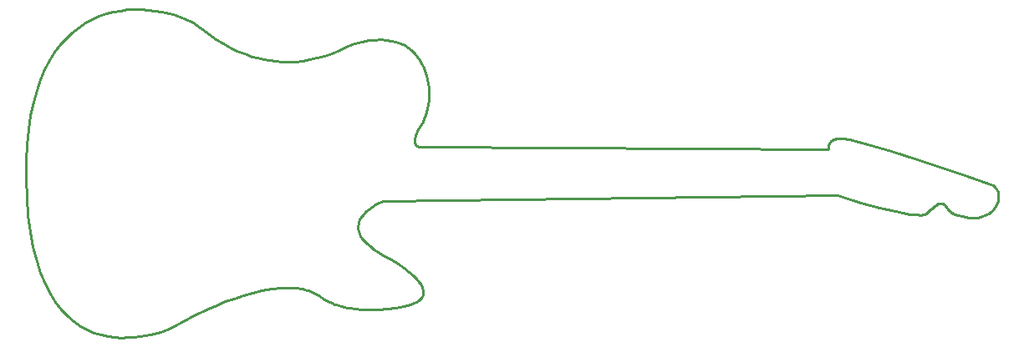
<source format=gbr>
%TF.GenerationSoftware,KiCad,Pcbnew,7.0.5-4d25ed1034~172~ubuntu22.04.1*%
%TF.CreationDate,2023-06-16T00:18:41+02:00*%
%TF.ProjectId,guitarra,67756974-6172-4726-912e-6b696361645f,rev?*%
%TF.SameCoordinates,Original*%
%TF.FileFunction,Profile,NP*%
%FSLAX46Y46*%
G04 Gerber Fmt 4.6, Leading zero omitted, Abs format (unit mm)*
G04 Created by KiCad (PCBNEW 7.0.5-4d25ed1034~172~ubuntu22.04.1) date 2023-06-16 00:18:41*
%MOMM*%
%LPD*%
G01*
G04 APERTURE LIST*
%TA.AperFunction,Profile*%
%ADD10C,0.264582*%
%TD*%
G04 APERTURE END LIST*
D10*
X128989817Y-64927280D02*
X129590425Y-65336647D01*
X186488893Y-60185484D02*
X186134719Y-60111578D01*
X176633637Y-52781143D02*
X178987844Y-53466346D01*
X100289593Y-72358360D02*
X99602839Y-72264099D01*
X125053427Y-60665064D02*
X124997379Y-60879842D01*
X97526504Y-71602102D02*
X96846737Y-71232569D01*
X131902061Y-49496745D02*
X131791937Y-49857496D01*
X117940280Y-44414231D02*
X118626320Y-44383948D01*
X98725393Y-39789340D02*
X99439064Y-39541063D01*
X123277790Y-69246356D02*
X123012424Y-69174198D01*
X185093179Y-59727855D02*
X185014466Y-59667099D01*
X172612264Y-53008681D02*
X172616401Y-52962850D01*
X132060378Y-48723678D02*
X131991799Y-49117822D01*
X130836056Y-52881609D02*
X130891090Y-52928104D01*
X131513620Y-50512676D02*
X131346972Y-50801202D01*
X186449966Y-55943573D02*
X189250918Y-56975098D01*
X130687730Y-52604178D02*
X130711882Y-52688551D01*
X94918819Y-69583016D02*
X94331010Y-68830384D01*
X120787389Y-44024757D02*
X121540077Y-43805174D01*
X184119409Y-58788723D02*
X184048694Y-58776271D01*
X189250918Y-56975098D02*
X189372974Y-57038715D01*
X130787124Y-52826617D02*
X130836056Y-52881609D01*
X130745373Y-52762481D02*
X130787124Y-52826617D01*
X109804041Y-69451363D02*
X108373849Y-70134567D01*
X183604725Y-58902153D02*
X183493207Y-58971738D01*
X183972838Y-58775070D02*
X183891177Y-58786089D01*
X121934867Y-68741126D02*
X121586809Y-68547324D01*
X99602839Y-72264099D02*
X98909866Y-72111128D01*
X126707090Y-58929263D02*
X126359282Y-59151697D01*
X172616099Y-53171196D02*
X172610824Y-53094769D01*
X172646796Y-52818213D02*
X172664121Y-52768733D01*
X183372565Y-59058387D02*
X183242135Y-59163067D01*
X128781372Y-69387435D02*
X127933441Y-69485605D01*
X184048694Y-58776271D02*
X183972838Y-58775070D01*
X131991799Y-49117822D02*
X131902061Y-49496745D01*
X173052053Y-52360027D02*
X173127528Y-52324807D01*
X189629201Y-58909393D02*
X189540262Y-59076834D01*
X122766060Y-69096281D02*
X122536909Y-69013311D01*
X189771144Y-57593676D02*
X189807096Y-57740695D01*
X189174193Y-59544219D02*
X189018486Y-59682965D01*
X131528882Y-68056646D02*
X131429034Y-68261691D01*
X185368823Y-59874970D02*
X185269694Y-59832759D01*
X120311220Y-67795552D02*
X120135405Y-67715848D01*
X117272388Y-44404994D02*
X117940280Y-44414231D01*
X119076665Y-67414237D02*
X118816474Y-67378230D01*
X130850474Y-68774346D02*
X130577341Y-68912884D01*
X173127528Y-52324807D02*
X173210797Y-52292850D01*
X173510961Y-52219897D02*
X173629000Y-52204331D01*
X124976426Y-61334293D02*
X125017807Y-61573453D01*
X130270431Y-69036155D02*
X129933561Y-69144702D01*
X182609271Y-59781471D02*
X182509379Y-59856208D01*
X188845638Y-59810484D02*
X188655467Y-59925156D01*
X187438477Y-60249062D02*
X187140592Y-60252605D01*
X125135665Y-60458927D02*
X125053427Y-60665064D01*
X131197425Y-44227720D02*
X131412559Y-44594480D01*
X183101255Y-59286746D02*
X182949260Y-59430395D01*
X110613933Y-69098740D02*
X109804041Y-69451363D01*
X98215984Y-71892709D02*
X97526504Y-71602102D01*
X131634749Y-53059651D02*
X131721152Y-53046266D01*
X183891177Y-58786089D02*
X183803047Y-58810297D01*
X106277093Y-71287420D02*
X105646699Y-71554553D01*
X131361437Y-67051174D02*
X131495959Y-67331423D01*
X117175007Y-67358551D02*
X116207986Y-67459090D01*
X125602376Y-62603669D02*
X125868995Y-62878334D01*
X103020210Y-39086968D02*
X103711626Y-39128903D01*
X101623198Y-72397710D02*
X100964816Y-72400651D01*
X114794213Y-44035268D02*
X115383559Y-44171372D01*
X188222438Y-60109472D02*
X187979220Y-60175874D01*
X100964816Y-72400651D02*
X100289593Y-72358360D01*
X123563944Y-69312051D02*
X123277790Y-69246356D01*
X176185118Y-58774179D02*
X174835190Y-58370195D01*
X189828066Y-57895941D02*
X189833875Y-58057793D01*
X130673995Y-52508713D02*
X130687730Y-52604178D01*
X131754638Y-45376791D02*
X131883128Y-45786439D01*
X189824343Y-58224628D02*
X189799290Y-58394827D01*
X184419090Y-58985862D02*
X184364127Y-58931679D01*
X130103807Y-65723135D02*
X130533781Y-66087288D01*
X123886813Y-42803163D02*
X124639427Y-42557011D01*
X184364127Y-58931679D02*
X184307341Y-58883905D01*
X131883128Y-45786439D02*
X131984281Y-46204479D01*
X180837321Y-59879908D02*
X180132751Y-59761158D01*
X112176236Y-43058488D02*
X112654015Y-43282939D01*
X131068618Y-51267789D02*
X130960172Y-51475357D01*
X184185646Y-58811459D02*
X184119409Y-58788723D01*
X119543242Y-67512680D02*
X119318325Y-67459288D01*
X117906845Y-67331533D02*
X117554660Y-67338757D01*
X179369337Y-59603742D02*
X177757552Y-59210263D01*
X122307941Y-43530462D02*
X123090384Y-43197499D01*
X103711626Y-39128903D02*
X105038364Y-39317296D01*
X100880695Y-39212554D02*
X101600835Y-39125264D01*
X131662199Y-50197124D02*
X131513620Y-50512676D01*
X189481129Y-57120286D02*
X189575204Y-57218188D01*
X127245228Y-42158107D02*
X127799375Y-42190050D01*
X189540262Y-59076834D02*
X189434901Y-59239533D01*
X101600835Y-39125264D02*
X102315310Y-39084579D01*
X132107027Y-48317265D02*
X132060378Y-48723678D01*
X99439064Y-39541063D02*
X100158802Y-39349977D01*
X189312938Y-59395868D02*
X189174193Y-59544219D01*
X120050470Y-44192333D02*
X120787389Y-44024757D01*
X127933441Y-69485605D02*
X127057297Y-69537928D01*
X130951865Y-43881160D02*
X131197425Y-44227720D01*
X94331010Y-68830384D02*
X93779467Y-67965130D01*
X188447794Y-60025359D02*
X188222438Y-60109472D01*
X111722556Y-42825732D02*
X112176236Y-43058488D01*
X174763799Y-52328095D02*
X175622505Y-52519529D01*
X172868788Y-52481926D02*
X172923042Y-52438921D01*
X102315310Y-39084579D02*
X103020210Y-39086968D01*
X131015149Y-52998205D02*
X131082016Y-53023108D01*
X186134719Y-60111578D02*
X185761422Y-60008614D01*
X130891090Y-52928104D02*
X130951147Y-52966754D01*
X124205766Y-69421229D02*
X123872674Y-69370577D01*
X174835190Y-58370195D02*
X173535464Y-57957359D01*
X125350804Y-42372381D02*
X126021715Y-42246321D01*
X91529204Y-60031146D02*
X91380226Y-58188841D01*
X183242135Y-59163067D02*
X183101255Y-59286746D01*
X115993433Y-44280443D02*
X116623241Y-44359357D01*
X125097950Y-61820227D02*
X125219997Y-62074359D01*
X131421572Y-53072113D02*
X131539691Y-53068594D01*
X189701899Y-58738830D02*
X189629201Y-58909393D01*
X95384881Y-42012113D02*
X96009570Y-41424943D01*
X130533781Y-66087288D02*
X130884166Y-66429650D01*
X130870775Y-51666641D02*
X130799347Y-51842289D01*
X96009570Y-41424943D02*
X96659876Y-40912609D01*
X131566162Y-67592056D02*
X131575863Y-67833616D01*
X185761422Y-60008614D02*
X185368823Y-59874970D01*
X127008277Y-63739287D02*
X127511656Y-64037735D01*
X132058870Y-46627961D02*
X132107667Y-47053932D01*
X119329915Y-44311022D02*
X120050470Y-44192333D01*
X126021715Y-42246321D02*
X126652932Y-42175880D01*
X121586809Y-68547324D02*
X120954282Y-68155472D01*
X131346972Y-50801202D02*
X131197192Y-51043287D01*
X130744810Y-52002950D02*
X130706086Y-52149274D01*
X131197192Y-51043287D02*
X131068618Y-51267789D01*
X111474484Y-68752112D02*
X110613933Y-69098740D01*
X184248069Y-58843509D02*
X184185646Y-58811459D01*
X119318325Y-67459288D02*
X119076665Y-67414237D01*
X105038364Y-39317296D02*
X106264243Y-39621524D01*
X122536909Y-69013311D02*
X122323184Y-68925991D01*
X189799290Y-58394827D02*
X189758535Y-58566768D01*
X118816474Y-67378230D02*
X118535965Y-67351974D01*
X131495959Y-67331423D02*
X131566162Y-67592056D01*
X92395544Y-64626242D02*
X92042174Y-63243108D01*
X189434901Y-59239533D02*
X189312938Y-59395868D01*
X127511656Y-64037735D02*
X128298167Y-64494490D01*
X129590425Y-65336647D02*
X130103807Y-65723135D01*
X127799375Y-42190050D02*
X128316145Y-42268757D01*
X94789718Y-42677648D02*
X95384881Y-42012113D01*
X127511660Y-58518616D02*
X127276994Y-58624015D01*
X120135405Y-67715848D02*
X119949995Y-67641665D01*
X130671757Y-52401507D02*
X130673995Y-52508713D01*
X178987844Y-53466346D02*
X181575749Y-54286572D01*
X131791937Y-49857496D02*
X131662199Y-50197124D01*
X130884166Y-66429650D02*
X131158779Y-66750764D01*
X183803047Y-58810297D02*
X183707784Y-58848662D01*
X184526201Y-59109580D02*
X184419090Y-58985862D01*
X123012424Y-69174198D02*
X122766060Y-69096281D01*
X130951147Y-52966754D02*
X131015149Y-52998205D01*
X125017807Y-61573453D02*
X125097950Y-61820227D01*
X172623295Y-52915605D02*
X172633307Y-52867281D01*
X123872674Y-69370577D02*
X123563944Y-69312051D01*
X189720392Y-57456504D02*
X189771144Y-57593676D01*
X92782540Y-46194031D02*
X93220493Y-45179741D01*
X125342539Y-69522427D02*
X124565009Y-69463303D01*
X118626320Y-44383948D02*
X119329915Y-44311022D01*
X125829711Y-59566836D02*
X125663664Y-59725920D01*
X91560601Y-51246593D02*
X91778784Y-49827084D01*
X92806424Y-65869798D02*
X92395544Y-64626242D01*
X173302219Y-52264490D02*
X173402154Y-52240061D01*
X91310000Y-56180000D02*
X91322299Y-54419522D01*
X189807096Y-57740695D02*
X189828066Y-57895941D01*
X122323184Y-68925991D02*
X121934867Y-68741126D01*
X120954282Y-68155472D02*
X120641217Y-67968700D01*
X132130973Y-47901536D02*
X132107027Y-48317265D01*
X131082016Y-53023108D02*
X131150669Y-53042112D01*
X130799347Y-51842289D02*
X130744810Y-52002950D01*
X174088853Y-52218982D02*
X174763799Y-52328095D01*
X119753203Y-67573707D02*
X119543242Y-67512680D01*
X172616401Y-52962850D02*
X172623295Y-52915605D01*
X118233351Y-67336173D02*
X117906845Y-67331533D01*
X128796311Y-42391276D02*
X129240645Y-42554656D01*
X104922434Y-71807601D02*
X103982105Y-72068418D01*
X189655018Y-57330801D02*
X189720392Y-57456504D01*
X91322299Y-54419522D02*
X91407136Y-52776229D01*
X124997379Y-60879842D02*
X124970665Y-61103003D01*
X130024906Y-42992191D02*
X130366377Y-43260444D01*
X173210797Y-52292850D02*
X173302219Y-52264490D01*
X130675106Y-43557751D02*
X130951865Y-43881160D01*
X91778784Y-49827084D02*
X92057775Y-48514173D01*
X172685643Y-52719176D02*
X172711721Y-52669876D01*
X181978350Y-59964053D02*
X181460152Y-59950652D01*
X93269502Y-66980514D02*
X92806424Y-65869798D01*
X182191057Y-59946332D02*
X181978350Y-59964053D01*
X172633307Y-52867281D02*
X172646796Y-52818213D01*
X125868995Y-62878334D02*
X126190089Y-63159329D01*
X172646792Y-53326860D02*
X172635282Y-53284381D01*
X172820889Y-52526858D02*
X172868788Y-52481926D01*
X113679487Y-43694442D02*
X114225991Y-43875250D01*
X125366141Y-60073602D02*
X125240950Y-60261687D01*
X129240645Y-42554656D02*
X129649919Y-42755945D01*
X185178034Y-59783399D02*
X185093179Y-59727855D01*
X107357980Y-40013355D02*
X108288296Y-40464556D01*
X128298167Y-64494490D02*
X128989817Y-64927280D01*
X126359282Y-59151697D02*
X126003092Y-59417934D01*
X188655467Y-59925156D02*
X188447794Y-60025359D01*
X108373849Y-70134567D02*
X107259139Y-70721676D01*
X172778985Y-52573383D02*
X172820889Y-52526858D01*
X123090384Y-43197499D02*
X123886813Y-42803163D01*
X131158779Y-66750764D02*
X131361437Y-67051174D01*
X93220493Y-45179741D02*
X93703615Y-44257934D01*
X184941230Y-59602097D02*
X184872808Y-59533819D01*
X131721156Y-53046228D02*
X172646792Y-53326860D01*
X182509379Y-59856208D02*
X182369021Y-59910772D01*
X172625211Y-53235291D02*
X172616099Y-53171196D01*
X175622505Y-52519529D02*
X176633637Y-52781143D01*
X96659876Y-40912609D02*
X97331888Y-40471584D01*
X110512050Y-42108855D02*
X111293568Y-42587794D01*
X112654015Y-43282939D02*
X113155297Y-43495965D01*
X92393663Y-47304332D02*
X92782540Y-46194031D01*
X100158802Y-39349977D02*
X100880695Y-39212554D01*
X124639427Y-42557011D02*
X125350804Y-42372381D01*
X131289021Y-53065017D02*
X131421572Y-53072113D01*
X189575204Y-57218188D02*
X189655018Y-57330801D01*
X173629000Y-52204331D02*
X174088853Y-52218982D01*
X173402154Y-52240061D02*
X173510961Y-52219897D01*
X182949260Y-59430395D02*
X182785486Y-59594980D01*
X172635282Y-53284381D02*
X172625211Y-53235291D01*
X91751624Y-61713656D02*
X91529204Y-60031146D01*
X126652932Y-42175880D02*
X127245228Y-42158107D01*
X109836443Y-41646645D02*
X110512050Y-42108855D01*
X172923042Y-52438921D02*
X172984010Y-52398177D01*
X105646699Y-71554553D02*
X104922434Y-71807601D01*
X115383559Y-44171372D02*
X115993433Y-44280443D01*
X96181993Y-70777369D02*
X95537584Y-70229764D01*
X172610824Y-53094769D02*
X172610525Y-53052765D01*
X126183482Y-69548752D02*
X125342539Y-69522427D01*
X177757552Y-59210263D02*
X176185118Y-58774179D01*
X95537584Y-70229764D02*
X94918819Y-69583016D01*
X121540077Y-43805174D02*
X122307941Y-43530462D01*
X184307341Y-58883905D02*
X184248069Y-58843509D01*
X186824124Y-60231953D02*
X186488893Y-60185484D01*
X108288296Y-40464556D02*
X109836443Y-41646645D01*
X184747751Y-59391306D02*
X184526201Y-59109580D01*
X111293568Y-42587794D02*
X111722556Y-42825732D01*
X130577341Y-68912884D02*
X130270431Y-69036155D01*
X184146680Y-55144691D02*
X186449966Y-55943573D01*
X131721152Y-53046266D02*
X131721156Y-53046228D01*
X172664121Y-52768733D02*
X172685643Y-52719176D01*
X131086013Y-68619997D02*
X130850474Y-68774346D01*
X126190089Y-63159329D02*
X126568802Y-63446399D01*
X113309948Y-68116861D02*
X112376291Y-68421483D01*
X117554660Y-67338757D02*
X117175007Y-67358551D01*
X114266052Y-67848251D02*
X113309948Y-68116861D01*
X173535464Y-57957359D02*
X127511660Y-58518616D01*
X98021697Y-40098337D02*
X98725393Y-39789340D01*
X127021375Y-58752685D02*
X126707090Y-58929263D01*
X102259429Y-72356277D02*
X101623198Y-72397710D01*
X125663664Y-59725920D02*
X125508093Y-59894927D01*
X129570549Y-69239068D02*
X128781372Y-69387435D01*
X127276994Y-58624015D02*
X127021375Y-58752685D01*
X189372974Y-57038715D02*
X189481129Y-57120286D01*
X96846737Y-71232569D02*
X96181993Y-70777369D01*
X132131444Y-47479441D02*
X132130973Y-47901536D01*
X93703615Y-44257934D02*
X94227993Y-43425079D01*
X127057297Y-69537928D02*
X126183482Y-69548752D01*
X107259139Y-70721676D02*
X106277093Y-71287420D01*
X126568802Y-63446399D02*
X127008277Y-63739287D01*
X183707784Y-58848662D02*
X183604725Y-58902153D01*
X172742715Y-52621167D02*
X172778985Y-52573383D01*
X187140592Y-60252605D02*
X186824124Y-60231953D01*
X124565009Y-69463303D02*
X124205766Y-69421229D01*
X102868198Y-72283092D02*
X102259429Y-72356277D01*
X131412559Y-44594480D02*
X131598039Y-44978487D01*
X116207986Y-67459090D02*
X115235199Y-67625658D01*
X130960172Y-51475357D02*
X130870775Y-51666641D01*
X131150669Y-53042112D02*
X131289021Y-53065017D01*
X182785486Y-59594980D02*
X182609271Y-59781471D01*
X172610525Y-53052765D02*
X172612264Y-53008681D01*
X125240950Y-60261687D02*
X125135665Y-60458927D01*
X91407136Y-52776229D02*
X91560601Y-51246593D01*
X92042174Y-63243108D02*
X91751624Y-61713656D01*
X131539691Y-53068594D02*
X131634749Y-53059651D01*
X172984010Y-52398177D02*
X173052053Y-52360027D01*
X106264243Y-39621524D02*
X107357980Y-40013355D01*
X130366377Y-43260444D02*
X130675106Y-43557751D01*
X182369021Y-59910772D02*
X182191057Y-59946332D01*
X181460152Y-59950652D02*
X180837321Y-59879908D01*
X114225991Y-43875250D02*
X114794213Y-44035268D01*
X185014466Y-59667099D02*
X184941230Y-59602097D01*
X93779467Y-67965130D02*
X93269502Y-66980514D01*
X113155297Y-43495965D02*
X113679487Y-43694442D01*
X130682094Y-52281910D02*
X130671757Y-52401507D01*
X124970665Y-61103003D02*
X124976426Y-61334293D01*
X126003092Y-59417934D02*
X125829711Y-59566836D01*
X115235199Y-67625658D02*
X114266052Y-67848251D01*
X118535965Y-67351974D02*
X118233351Y-67336173D01*
X131598039Y-44978487D02*
X131754638Y-45376791D01*
X129649919Y-42755945D02*
X130024906Y-42992191D01*
X183493207Y-58971738D02*
X183372565Y-59058387D01*
X189758535Y-58566768D02*
X189701899Y-58738830D01*
X181575749Y-54286572D02*
X184146680Y-55144691D01*
X131429034Y-68261691D02*
X131280139Y-68449293D01*
X187979220Y-60175874D02*
X187717960Y-60222945D01*
X130706086Y-52149274D02*
X130682094Y-52281910D01*
X91380226Y-58188841D02*
X91310000Y-56180000D01*
X120641217Y-67968700D02*
X120311220Y-67795552D01*
X125508093Y-59894927D02*
X125366141Y-60073602D01*
X94227993Y-43425079D02*
X94789718Y-42677648D01*
X125387091Y-62335592D02*
X125602376Y-62603669D01*
X131984281Y-46204479D02*
X132058870Y-46627961D01*
X103982105Y-72068418D02*
X102868198Y-72283092D01*
X129933561Y-69144702D02*
X129570549Y-69239068D01*
X189833875Y-58057793D02*
X189824343Y-58224628D01*
X98909866Y-72111128D02*
X98215984Y-71892709D01*
X92057775Y-48514173D02*
X92393663Y-47304332D01*
X189018486Y-59682965D02*
X188845638Y-59810484D01*
X131280139Y-68449293D02*
X131086013Y-68619997D01*
X187717960Y-60222945D02*
X187438477Y-60249062D01*
X119949995Y-67641665D02*
X119753203Y-67573707D01*
X172711721Y-52669876D02*
X172742715Y-52621167D01*
X132107667Y-47053932D02*
X132131444Y-47479441D01*
X184872808Y-59533819D02*
X184747751Y-59391306D01*
X128316145Y-42268757D02*
X128796311Y-42391276D01*
X130711882Y-52688551D02*
X130745373Y-52762481D01*
X112376291Y-68421483D02*
X111474484Y-68752112D01*
X125219997Y-62074359D02*
X125387091Y-62335592D01*
X97331888Y-40471584D02*
X98021697Y-40098337D01*
X180132751Y-59761158D02*
X179369337Y-59603742D01*
X131575863Y-67833616D02*
X131528882Y-68056646D01*
X116623241Y-44359357D02*
X117272388Y-44404994D01*
X185269694Y-59832759D02*
X185178034Y-59783399D01*
M02*

</source>
